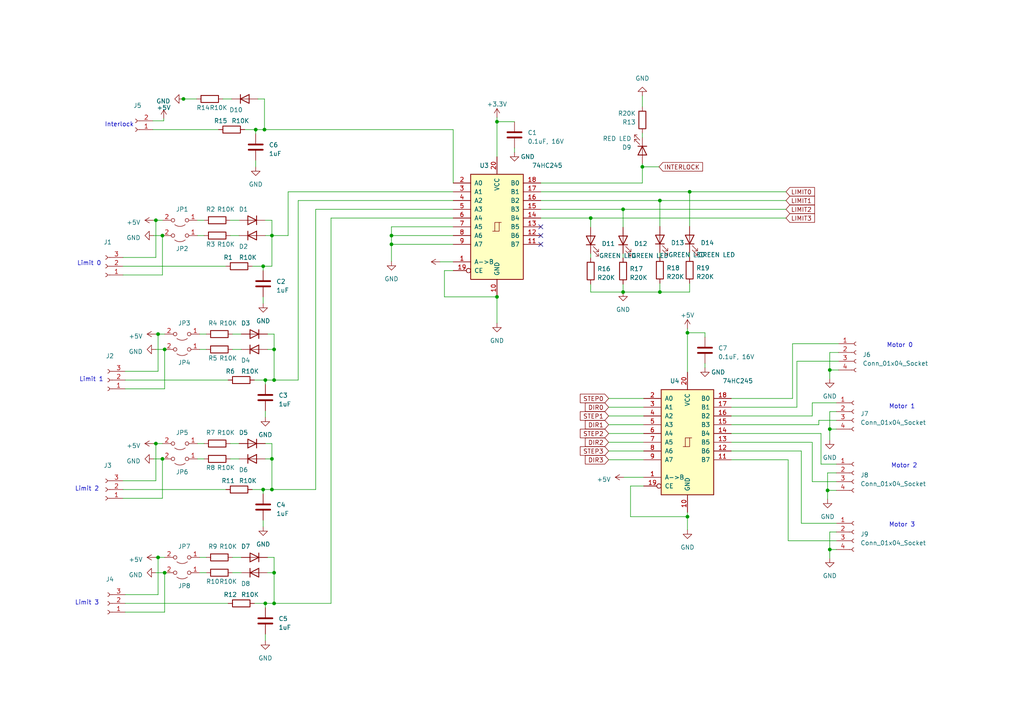
<source format=kicad_sch>
(kicad_sch (version 20230121) (generator eeschema)
  (paper "A4")
  (lib_symbols
    (symbol "LaserBoardR5:74HC245" (pin_names (offset 1.016))
      (property "Reference" "U" (at -7.62 16.51 0))
      (property "Value" "74HC245" (at -7.62 -16.51 0))
      (symbol "74HC245_1_0"
        (polyline (pts (xy -0.635 -1.27) (xy -0.635 1.27) (xy 0.635 1.27)))
        (polyline (pts (xy -1.27 -1.27) (xy 0.635 -1.27) (xy 0.635 1.27) (xy 1.27 1.27)))
        (pin input line (at -12.7 -10.16 0) (length 5.08) (name "A->B") (number "1"))
        (pin power_in line (at 0 -20.32 90) (length 5.08) (name "GND") (number "10"))
        (pin tri_state line (at 12.7 -5.08 180) (length 5.08) (name "B7") (number "11"))
        (pin tri_state line (at 12.7 -2.54 180) (length 5.08) (name "B6") (number "12"))
        (pin tri_state line (at 12.7 0 180) (length 5.08) (name "B5") (number "13"))
        (pin tri_state line (at 12.7 2.54 180) (length 5.08) (name "B4") (number "14"))
        (pin tri_state line (at 12.7 5.08 180) (length 5.08) (name "B3") (number "15"))
        (pin tri_state line (at 12.7 7.62 180) (length 5.08) (name "B2") (number "16"))
        (pin tri_state line (at 12.7 10.16 180) (length 5.08) (name "B1") (number "17"))
        (pin tri_state line (at 12.7 12.7 180) (length 5.08) (name "B0") (number "18"))
        (pin input inverted (at -12.7 -12.7 0) (length 5.08) (name "CE") (number "19"))
        (pin tri_state line (at -12.7 12.7 0) (length 5.08) (name "A0") (number "2"))
        (pin power_in line (at 0 20.32 270) (length 5.08) (name "VCC") (number "20"))
        (pin tri_state line (at -12.7 10.16 0) (length 5.08) (name "A1") (number "3"))
        (pin tri_state line (at -12.7 7.62 0) (length 5.08) (name "A2") (number "4"))
        (pin tri_state line (at -12.7 5.08 0) (length 5.08) (name "A3") (number "5"))
        (pin tri_state line (at -12.7 2.54 0) (length 5.08) (name "A4") (number "6"))
        (pin tri_state line (at -12.7 0 0) (length 5.08) (name "A5") (number "7"))
        (pin tri_state line (at -12.7 -2.54 0) (length 5.08) (name "A6") (number "8"))
        (pin tri_state line (at -12.7 -5.08 0) (length 5.08) (name "A7") (number "9"))
      )
      (symbol "74HC245_1_1"
        (rectangle (start -7.62 15.24) (end 7.62 -15.24) (stroke (width 0.254)) (fill (type background)))
      )
    )
    (symbol "LaserBoardR5:C" (pin_numbers hide) (pin_names (offset 0.254))
      (property "Reference" "C" (at 0.635 2.54 0))
      (property "Value" "C" (at 0.635 -2.54 0))
      (symbol "C_0_1"
        (polyline (pts (xy -2.032 -0.762) (xy 2.032 -0.762)) (stroke (width 0.508)))
        (polyline (pts (xy -2.032 0.762) (xy 2.032 0.762)) (stroke (width 0.508)))
      )
      (symbol "C_1_1"
        (pin passive line (at 0 3.81 270) (length 2.794) (name "~") (number "1"))
        (pin passive line (at 0 -3.81 90) (length 2.794) (name "~") (number "2"))
      )
    )
    (symbol "LaserBoardR5:Conn_01x02_Socket" (pin_names (offset 1.016) hide)
      (property "Reference" "J" (at 0 2.54 0))
      (property "Value" "Conn_01x02_Socket" (at 0 -5.08 0))
      (symbol "Conn_01x02_Socket_1_1"
        (arc (start 0 -2.032) (mid -0.5058 -2.54) (end 0 -3.048) (stroke (width 0.1524)))
        (polyline (pts (xy -1.27 -2.54) (xy -0.508 -2.54)) (stroke (width 0.1524)))
        (polyline (pts (xy -1.27 0) (xy -0.508 0)) (stroke (width 0.1524)))
        (arc (start 0 0.508) (mid -0.5058 0) (end 0 -0.508) (stroke (width 0.1524)))
        (pin passive line (at -5.08 0 0) (length 3.81) (name "Pin_1") (number "1"))
        (pin passive line (at -5.08 -2.54 0) (length 3.81) (name "Pin_2") (number "2"))
      )
    )
    (symbol "LaserBoardR5:Conn_01x03_Socket" (pin_names (offset 1.016) hide)
      (property "Reference" "J" (at 0 5.08 0))
      (property "Value" "Conn_01x03_Socket" (at 0 -5.08 0))
      (symbol "Conn_01x03_Socket_1_1"
        (arc (start 0 -2.032) (mid -0.5058 -2.54) (end 0 -3.048) (stroke (width 0.1524)))
        (polyline (pts (xy -1.27 -2.54) (xy -0.508 -2.54)) (stroke (width 0.1524)))
        (polyline (pts (xy -1.27 0) (xy -0.508 0)) (stroke (width 0.1524)))
        (polyline (pts (xy -1.27 2.54) (xy -0.508 2.54)) (stroke (width 0.1524)))
        (arc (start 0 0.508) (mid -0.5058 0) (end 0 -0.508) (stroke (width 0.1524)))
        (arc (start 0 3.048) (mid -0.5058 2.54) (end 0 2.032) (stroke (width 0.1524)))
        (pin passive line (at -5.08 2.54 0) (length 3.81) (name "Pin_1") (number "1"))
        (pin passive line (at -5.08 0 0) (length 3.81) (name "Pin_2") (number "2"))
        (pin passive line (at -5.08 -2.54 0) (length 3.81) (name "Pin_3") (number "3"))
      )
    )
    (symbol "LaserBoardR5:Conn_01x04_Socket" (pin_names (offset 1.016) hide)
      (property "Reference" "J" (at 0 5.08 0))
      (property "Value" "Conn_01x04_Socket" (at 0 -7.62 0))
      (symbol "Conn_01x04_Socket_1_1"
        (arc (start 0 -4.572) (mid -0.5058 -5.08) (end 0 -5.588) (stroke (width 0.1524)))
        (arc (start 0 -2.032) (mid -0.5058 -2.54) (end 0 -3.048) (stroke (width 0.1524)))
        (polyline (pts (xy -1.27 -5.08) (xy -0.508 -5.08)) (stroke (width 0.1524)))
        (polyline (pts (xy -1.27 -2.54) (xy -0.508 -2.54)) (stroke (width 0.1524)))
        (polyline (pts (xy -1.27 0) (xy -0.508 0)) (stroke (width 0.1524)))
        (polyline (pts (xy -1.27 2.54) (xy -0.508 2.54)) (stroke (width 0.1524)))
        (arc (start 0 0.508) (mid -0.5058 0) (end 0 -0.508) (stroke (width 0.1524)))
        (arc (start 0 3.048) (mid -0.5058 2.54) (end 0 2.032) (stroke (width 0.1524)))
        (pin passive line (at -5.08 2.54 0) (length 3.81) (name "Pin_1") (number "1"))
        (pin passive line (at -5.08 0 0) (length 3.81) (name "Pin_2") (number "2"))
        (pin passive line (at -5.08 -2.54 0) (length 3.81) (name "Pin_3") (number "3"))
        (pin passive line (at -5.08 -5.08 0) (length 3.81) (name "Pin_4") (number "4"))
      )
    )
    (symbol "LaserBoardR5:D" (pin_numbers hide) (pin_names (offset 1.016) hide)
      (property "Reference" "D" (at 0 2.54 0))
      (property "Value" "D" (at 0 -2.54 0))
      (symbol "D_0_1"
        (polyline (pts (xy -1.27 1.27) (xy -1.27 -1.27)) (stroke (width 0.254)))
        (polyline (pts (xy 1.27 0) (xy -1.27 0)))
        (polyline (pts (xy 1.27 1.27) (xy 1.27 -1.27) (xy -1.27 0) (xy 1.27 1.27)) (stroke (width 0.254)))
      )
      (symbol "D_1_1"
        (pin passive line (at -3.81 0 0) (length 2.54) (name "K") (number "1"))
        (pin passive line (at 3.81 0 180) (length 2.54) (name "A") (number "2"))
      )
    )
    (symbol "LaserBoardR5:Jumper_2_Open" (pin_names (offset 0) hide)
      (property "Reference" "JP" (at 0 2.794 0))
      (property "Value" "Jumper_2_Open" (at 0 -2.286 0))
      (symbol "Jumper_2_Open_0_0"
        (circle (center -2.032 0) (radius 0.508))
        (circle (center 2.032 0) (radius 0.508))
      )
      (symbol "Jumper_2_Open_0_1"
        (arc (start 1.524 1.27) (mid 0 1.778) (end -1.524 1.27))
      )
      (symbol "Jumper_2_Open_1_1"
        (pin passive line (at -5.08 0 0) (length 2.54) (name "A") (number "1"))
        (pin passive line (at 5.08 0 180) (length 2.54) (name "B") (number "2"))
      )
    )
    (symbol "LaserBoardR5:LED" (pin_numbers hide) (pin_names (offset 1.016) hide)
      (property "Reference" "D" (at 0 2.54 0))
      (property "Value" "LED" (at 0 -2.54 0))
      (symbol "LED_0_1"
        (polyline (pts (xy -1.27 -1.27) (xy -1.27 1.27)) (stroke (width 0.254)))
        (polyline (pts (xy -1.27 0) (xy 1.27 0)))
        (polyline (pts (xy 1.27 -1.27) (xy 1.27 1.27) (xy -1.27 0) (xy 1.27 -1.27)) (stroke (width 0.254)))
        (polyline (pts (xy -3.048 -0.762) (xy -4.572 -2.286) (xy -3.81 -2.286) (xy -4.572 -2.286) (xy -4.572 -1.524)))
        (polyline (pts (xy -1.778 -0.762) (xy -3.302 -2.286) (xy -2.54 -2.286) (xy -3.302 -2.286) (xy -3.302 -1.524)))
      )
      (symbol "LED_1_1"
        (pin passive line (at -3.81 0 0) (length 2.54) (name "K") (number "1"))
        (pin passive line (at 3.81 0 180) (length 2.54) (name "A") (number "2"))
      )
    )
    (symbol "LaserBoardR5:R" (pin_numbers hide) (pin_names (offset 0))
      (property "Reference" "R" (at 2.032 0 90))
      (property "Value" "R" (at 0 0 90))
      (symbol "R_0_1"
        (rectangle (start -1.016 -2.54) (end 1.016 2.54) (stroke (width 0.254)))
      )
      (symbol "R_1_1"
        (pin passive line (at 0 3.81 270) (length 1.27) (name "~") (number "1"))
        (pin passive line (at 0 -3.81 90) (length 1.27) (name "~") (number "2"))
      )
    )
    (symbol "power:+3.3V" (power) (pin_names (offset 0))
      (property "Value" "+3.3V" (at 0 3.556 0))
      (symbol "+3.3V_0_1"
        (polyline (pts (xy -0.762 1.27) (xy 0 2.54)))
        (polyline (pts (xy 0 0) (xy 0 2.54)))
        (polyline (pts (xy 0 2.54) (xy 0.762 1.27)))
      )
      (symbol "+3.3V_1_1"
        (pin power_in line (at 0 0 90) (length 0) hide (name "+3.3V") (number "1"))
      )
    )
    (symbol "power:+5V" (power) (pin_names (offset 0))
      (property "Value" "+5V" (at 0 3.556 0))
      (symbol "+5V_0_1"
        (polyline (pts (xy -0.762 1.27) (xy 0 2.54)))
        (polyline (pts (xy 0 0) (xy 0 2.54)))
        (polyline (pts (xy 0 2.54) (xy 0.762 1.27)))
      )
      (symbol "+5V_1_1"
        (pin power_in line (at 0 0 90) (length 0) hide (name "+5V") (number "1"))
      )
    )
    (symbol "power:GND" (power) (pin_names (offset 0))
      (property "Value" "GND" (at 0 -3.81 0))
      (symbol "GND_0_1"
        (polyline (pts (xy 0 0) (xy 0 -1.27) (xy 1.27 -1.27) (xy 0 -2.54) (xy -1.27 -1.27) (xy 0 -1.27)))
      )
      (symbol "GND_1_1"
        (pin power_in line (at 0 0 270) (length 0) hide (name "GND") (number "1"))
      )
    )
  )
  (junction (at 79.502 166.116))
  (junction (at 76.962 110.236))
  (junction (at 47.752 101.346))
  (junction (at 144.145 35.306))
  (junction (at 45.212 63.881))
  (junction (at 78.867 141.986))
  (junction (at 78.867 133.096))
  (junction (at 76.962 175.006))
  (junction (at 45.847 161.671))
  (junction (at 240.665 124.46))
  (junction (at 79.502 110.236))
  (junction (at 76.708 37.592))
  (junction (at 76.327 77.216))
  (junction (at 240.03 142.24))
  (junction (at 180.721 84.709))
  (junction (at 191.389 58.166))
  (junction (at 45.847 96.901))
  (junction (at 47.752 166.116))
  (junction (at 180.721 60.706))
  (junction (at 74.168 37.592))
  (junction (at 240.665 107.315))
  (junction (at 113.538 70.866))
  (junction (at 186.309 48.387))
  (junction (at 240.665 159.385))
  (junction (at 47.117 133.096))
  (junction (at 53.213 28.702))
  (junction (at 79.502 175.006))
  (junction (at 47.117 68.326))
  (junction (at 199.39 149.86))
  (junction (at 78.867 68.326))
  (junction (at 191.389 84.709))
  (junction (at 76.327 141.986))
  (junction (at 45.212 128.651))
  (junction (at 171.323 63.246))
  (junction (at 144.145 86.106))
  (junction (at 200.025 55.626))
  (junction (at 113.538 68.326))
  (junction (at 79.502 101.346))
  (junction (at 199.39 96.52))
  (no_connect (at 156.845 68.326))
  (no_connect (at 156.845 65.786))
  (no_connect (at 156.845 70.866))
  (wire (pts (xy 76.962 110.236) (xy 76.962 111.506)))
  (wire (pts (xy 76.962 63.881) (xy 78.867 63.881)))
  (wire (pts (xy 86.487 58.166) (xy 131.445 58.166)))
  (wire (pts (xy 199.39 149.86) (xy 199.39 153.67)))
  (wire (pts (xy 128.905 78.486) (xy 128.905 86.106)))
  (wire (pts (xy 235.585 128.27) (xy 235.585 139.7)))
  (wire (pts (xy 36.322 172.466) (xy 45.847 172.466)))
  (wire (pts (xy 240.665 107.315) (xy 240.665 109.855)))
  (wire (pts (xy 204.47 97.79) (xy 204.47 96.52)))
  (wire (pts (xy 240.665 119.38) (xy 240.665 124.46)))
  (wire (pts (xy 176.53 130.81) (xy 186.69 130.81)))
  (wire (pts (xy 212.09 120.65) (xy 235.585 120.65)))
  (wire (pts (xy 67.437 101.346) (xy 69.977 101.346)))
  (wire (pts (xy 45.212 74.676) (xy 45.212 63.881)))
  (wire (pts (xy 176.53 120.65) (xy 186.69 120.65)))
  (wire (pts (xy 57.912 101.346) (xy 59.817 101.346)))
  (wire (pts (xy 191.389 73.279) (xy 191.389 74.549)))
  (wire (pts (xy 76.708 28.702) (xy 76.708 37.592)))
  (wire (pts (xy 64.643 28.702) (xy 67.183 28.702)))
  (wire (pts (xy 79.502 175.006) (xy 96.012 175.006)))
  (wire (pts (xy 67.437 166.116) (xy 69.977 166.116)))
  (wire (pts (xy 204.47 105.41) (xy 204.47 106.68)))
  (wire (pts (xy 144.145 35.306) (xy 149.225 35.306)))
  (wire (pts (xy 237.49 121.92) (xy 242.57 121.92)))
  (wire (pts (xy 212.09 128.27) (xy 235.585 128.27)))
  (wire (pts (xy 76.327 141.986) (xy 76.327 143.256)))
  (wire (pts (xy 91.567 60.706) (xy 91.567 141.986)))
  (wire (pts (xy 74.168 46.482) (xy 74.168 48.387)))
  (wire (pts (xy 176.53 133.35) (xy 186.69 133.35)))
  (wire (pts (xy 240.665 154.305) (xy 242.57 154.305)))
  (wire (pts (xy 45.847 172.466) (xy 45.847 161.671)))
  (wire (pts (xy 242.57 119.38) (xy 240.665 119.38)))
  (wire (pts (xy 44.577 133.096) (xy 47.117 133.096)))
  (wire (pts (xy 77.597 161.671) (xy 79.502 161.671)))
  (wire (pts (xy 76.962 175.006) (xy 76.962 176.276)))
  (wire (pts (xy 76.327 77.216) (xy 78.867 77.216)))
  (wire (pts (xy 45.212 161.671) (xy 45.847 161.671)))
  (wire (pts (xy 36.322 112.776) (xy 47.752 112.776)))
  (wire (pts (xy 243.205 102.235) (xy 240.665 102.235)))
  (wire (pts (xy 200.025 73.279) (xy 200.025 74.549)))
  (wire (pts (xy 113.538 65.786) (xy 113.538 68.326)))
  (wire (pts (xy 156.845 60.706) (xy 180.721 60.706)))
  (wire (pts (xy 78.867 63.881) (xy 78.867 68.326)))
  (wire (pts (xy 171.323 63.246) (xy 227.965 63.246)))
  (wire (pts (xy 76.962 128.651) (xy 78.867 128.651)))
  (wire (pts (xy 171.323 73.533) (xy 171.323 74.803)))
  (wire (pts (xy 45.847 161.671) (xy 47.752 161.671)))
  (wire (pts (xy 240.665 161.925) (xy 240.665 159.385)))
  (wire (pts (xy 235.585 120.65) (xy 235.585 116.84)))
  (wire (pts (xy 78.867 141.986) (xy 76.327 141.986)))
  (wire (pts (xy 96.012 63.246) (xy 96.012 175.006)))
  (wire (pts (xy 47.752 112.776) (xy 47.752 101.346)))
  (wire (pts (xy 199.39 96.52) (xy 199.39 107.95)))
  (wire (pts (xy 35.687 144.526) (xy 47.117 144.526)))
  (wire (pts (xy 35.687 141.986) (xy 65.532 141.986)))
  (wire (pts (xy 44.577 128.651) (xy 45.212 128.651)))
  (wire (pts (xy 240.03 137.16) (xy 240.03 142.24)))
  (wire (pts (xy 156.845 58.166) (xy 191.389 58.166)))
  (wire (pts (xy 186.69 140.97) (xy 182.88 140.97)))
  (wire (pts (xy 57.277 133.096) (xy 59.182 133.096)))
  (wire (pts (xy 186.309 48.387) (xy 186.309 47.498)))
  (wire (pts (xy 79.502 96.901) (xy 79.502 101.346)))
  (wire (pts (xy 79.502 101.346) (xy 79.502 110.236)))
  (wire (pts (xy 200.025 82.169) (xy 200.025 84.709)))
  (wire (pts (xy 240.665 107.315) (xy 243.205 107.315)))
  (wire (pts (xy 47.752 177.546) (xy 47.752 166.116)))
  (wire (pts (xy 149.225 42.926) (xy 149.225 44.196)))
  (wire (pts (xy 212.09 125.73) (xy 238.125 125.73)))
  (wire (pts (xy 57.277 128.651) (xy 59.182 128.651)))
  (wire (pts (xy 45.212 128.651) (xy 47.117 128.651)))
  (wire (pts (xy 76.327 77.216) (xy 76.327 78.486)))
  (wire (pts (xy 79.502 166.116) (xy 77.597 166.116)))
  (wire (pts (xy 36.322 175.006) (xy 66.167 175.006)))
  (wire (pts (xy 57.912 96.901) (xy 59.817 96.901)))
  (wire (pts (xy 199.39 96.52) (xy 204.47 96.52)))
  (wire (pts (xy 79.502 161.671) (xy 79.502 166.116)))
  (wire (pts (xy 78.867 68.326) (xy 76.962 68.326)))
  (wire (pts (xy 73.787 110.236) (xy 76.962 110.236)))
  (wire (pts (xy 45.212 63.881) (xy 47.117 63.881)))
  (wire (pts (xy 212.09 130.81) (xy 232.41 130.81)))
  (wire (pts (xy 76.708 37.592) (xy 74.168 37.592)))
  (wire (pts (xy 240.03 142.24) (xy 240.03 144.78)))
  (wire (pts (xy 66.802 128.651) (xy 69.342 128.651)))
  (wire (pts (xy 228.6 133.35) (xy 212.09 133.35)))
  (wire (pts (xy 57.277 63.881) (xy 59.182 63.881)))
  (wire (pts (xy 212.09 123.19) (xy 237.49 123.19)))
  (wire (pts (xy 199.39 95.25) (xy 199.39 96.52)))
  (wire (pts (xy 176.53 128.27) (xy 186.69 128.27)))
  (wire (pts (xy 66.802 68.326) (xy 69.342 68.326)))
  (wire (pts (xy 78.867 128.651) (xy 78.867 133.096)))
  (wire (pts (xy 182.88 149.86) (xy 199.39 149.86)))
  (wire (pts (xy 45.212 139.446) (xy 45.212 128.651)))
  (wire (pts (xy 171.323 63.246) (xy 171.323 65.913)))
  (wire (pts (xy 36.322 107.696) (xy 45.847 107.696)))
  (wire (pts (xy 83.566 55.626) (xy 83.566 68.326)))
  (wire (pts (xy 235.585 139.7) (xy 242.57 139.7)))
  (wire (pts (xy 182.88 140.97) (xy 182.88 149.86)))
  (wire (pts (xy 156.845 63.246) (xy 171.323 63.246)))
  (wire (pts (xy 180.721 60.706) (xy 227.965 60.706)))
  (wire (pts (xy 44.577 63.881) (xy 45.212 63.881)))
  (wire (pts (xy 144.145 34.036) (xy 144.145 35.306)))
  (wire (pts (xy 36.322 110.236) (xy 66.167 110.236)))
  (wire (pts (xy 76.708 37.592) (xy 131.445 37.592)))
  (wire (pts (xy 191.389 82.169) (xy 191.389 84.709)))
  (wire (pts (xy 76.327 86.106) (xy 76.327 88.011)))
  (wire (pts (xy 70.993 37.592) (xy 74.168 37.592)))
  (wire (pts (xy 171.323 82.423) (xy 171.323 84.709)))
  (wire (pts (xy 144.145 86.106) (xy 144.145 93.726)))
  (wire (pts (xy 131.445 65.786) (xy 113.538 65.786)))
  (wire (pts (xy 238.125 134.62) (xy 242.57 134.62)))
  (wire (pts (xy 86.487 58.166) (xy 86.487 110.236)))
  (wire (pts (xy 113.538 70.866) (xy 131.445 70.866)))
  (wire (pts (xy 67.437 96.901) (xy 69.977 96.901)))
  (wire (pts (xy 76.962 119.126) (xy 76.962 121.031)))
  (wire (pts (xy 131.445 37.592) (xy 131.445 53.086)))
  (wire (pts (xy 229.87 99.695) (xy 243.205 99.695)))
  (wire (pts (xy 127.635 75.946) (xy 131.445 75.946)))
  (wire (pts (xy 78.867 68.326) (xy 78.867 77.216)))
  (wire (pts (xy 76.327 150.876) (xy 76.327 152.781)))
  (wire (pts (xy 171.323 84.709) (xy 180.721 84.709)))
  (wire (pts (xy 191.389 84.709) (xy 200.025 84.709)))
  (wire (pts (xy 35.687 139.446) (xy 45.212 139.446)))
  (wire (pts (xy 76.962 183.896) (xy 76.962 185.801)))
  (wire (pts (xy 79.502 101.346) (xy 77.597 101.346)))
  (wire (pts (xy 240.665 102.235) (xy 240.665 107.315)))
  (wire (pts (xy 200.025 55.626) (xy 200.025 65.659)))
  (wire (pts (xy 238.125 125.73) (xy 238.125 134.62)))
  (wire (pts (xy 76.708 28.702) (xy 74.803 28.702)))
  (wire (pts (xy 231.14 104.775) (xy 243.205 104.775)))
  (wire (pts (xy 240.03 142.24) (xy 242.57 142.24)))
  (wire (pts (xy 113.538 68.326) (xy 113.538 70.866)))
  (wire (pts (xy 45.212 101.346) (xy 47.752 101.346)))
  (wire (pts (xy 191.389 58.166) (xy 227.965 58.166)))
  (wire (pts (xy 91.567 60.706) (xy 131.445 60.706)))
  (wire (pts (xy 73.787 175.006) (xy 76.962 175.006)))
  (wire (pts (xy 176.53 118.11) (xy 186.69 118.11)))
  (wire (pts (xy 228.6 156.845) (xy 228.6 133.35)))
  (wire (pts (xy 128.905 86.106) (xy 144.145 86.106)))
  (wire (pts (xy 47.117 79.756) (xy 47.117 68.326)))
  (wire (pts (xy 156.845 55.626) (xy 200.025 55.626)))
  (wire (pts (xy 242.57 137.16) (xy 240.03 137.16)))
  (wire (pts (xy 176.53 123.19) (xy 186.69 123.19)))
  (wire (pts (xy 45.847 107.696) (xy 45.847 96.901)))
  (wire (pts (xy 79.502 175.006) (xy 76.962 175.006)))
  (wire (pts (xy 78.867 133.096) (xy 78.867 141.986)))
  (wire (pts (xy 44.577 68.326) (xy 47.117 68.326)))
  (wire (pts (xy 83.566 55.626) (xy 131.445 55.626)))
  (wire (pts (xy 44.323 37.592) (xy 63.373 37.592)))
  (wire (pts (xy 79.502 110.236) (xy 76.962 110.236)))
  (wire (pts (xy 66.802 133.096) (xy 69.342 133.096)))
  (wire (pts (xy 113.538 68.326) (xy 131.445 68.326)))
  (wire (pts (xy 180.721 73.533) (xy 180.721 74.803)))
  (wire (pts (xy 47.498 35.052) (xy 47.498 34.417)))
  (wire (pts (xy 186.309 39.878) (xy 186.309 38.608)))
  (wire (pts (xy 67.437 161.671) (xy 69.977 161.671)))
  (wire (pts (xy 186.309 30.988) (xy 186.309 27.813)))
  (wire (pts (xy 229.87 115.57) (xy 229.87 99.695)))
  (wire (pts (xy 44.323 35.052) (xy 47.498 35.052)))
  (wire (pts (xy 235.585 116.84) (xy 242.57 116.84)))
  (wire (pts (xy 52.578 28.702) (xy 53.213 28.702)))
  (wire (pts (xy 199.39 148.59) (xy 199.39 149.86)))
  (wire (pts (xy 78.867 141.986) (xy 91.567 141.986)))
  (wire (pts (xy 57.277 68.326) (xy 59.182 68.326)))
  (wire (pts (xy 200.025 55.626) (xy 227.965 55.626)))
  (wire (pts (xy 96.012 63.246) (xy 131.445 63.246)))
  (wire (pts (xy 131.445 78.486) (xy 128.905 78.486)))
  (wire (pts (xy 73.152 141.986) (xy 76.327 141.986)))
  (wire (pts (xy 36.322 177.546) (xy 47.752 177.546)))
  (wire (pts (xy 73.152 77.216) (xy 76.327 77.216)))
  (wire (pts (xy 232.41 130.81) (xy 232.41 151.765)))
  (wire (pts (xy 86.487 110.236) (xy 79.502 110.236)))
  (wire (pts (xy 57.912 161.671) (xy 59.817 161.671)))
  (wire (pts (xy 242.57 156.845) (xy 228.6 156.845)))
  (wire (pts (xy 212.09 118.11) (xy 231.14 118.11)))
  (wire (pts (xy 240.665 124.46) (xy 242.57 124.46)))
  (wire (pts (xy 47.117 144.526) (xy 47.117 133.096)))
  (wire (pts (xy 180.975 138.43) (xy 186.69 138.43)))
  (wire (pts (xy 180.721 60.706) (xy 180.721 65.913)))
  (wire (pts (xy 45.212 166.116) (xy 47.752 166.116)))
  (wire (pts (xy 212.09 115.57) (xy 229.87 115.57)))
  (wire (pts (xy 240.665 159.385) (xy 242.57 159.385)))
  (wire (pts (xy 180.721 84.709) (xy 191.389 84.709)))
  (wire (pts (xy 35.687 77.216) (xy 65.532 77.216)))
  (wire (pts (xy 77.597 96.901) (xy 79.502 96.901)))
  (wire (pts (xy 66.802 63.881) (xy 69.342 63.881)))
  (wire (pts (xy 144.145 35.306) (xy 144.145 45.466)))
  (wire (pts (xy 83.566 68.326) (xy 78.867 68.326)))
  (wire (pts (xy 113.538 70.866) (xy 113.538 75.819)))
  (wire (pts (xy 186.309 53.086) (xy 186.309 48.387)))
  (wire (pts (xy 232.41 151.765) (xy 242.57 151.765)))
  (wire (pts (xy 191.389 58.166) (xy 191.389 65.659)))
  (wire (pts (xy 74.168 37.592) (xy 74.168 38.862)))
  (wire (pts (xy 231.14 118.11) (xy 231.14 104.775)))
  (wire (pts (xy 156.845 53.086) (xy 186.309 53.086)))
  (wire (pts (xy 53.213 28.702) (xy 57.023 28.702)))
  (wire (pts (xy 176.53 125.73) (xy 186.69 125.73)))
  (wire (pts (xy 176.53 115.57) (xy 186.69 115.57)))
  (wire (pts (xy 180.721 82.423) (xy 180.721 84.709)))
  (wire (pts (xy 45.847 96.901) (xy 47.752 96.901)))
  (wire (pts (xy 35.687 79.756) (xy 47.117 79.756)))
  (wire (pts (xy 240.665 159.385) (xy 240.665 154.305)))
  (wire (pts (xy 57.912 166.116) (xy 59.817 166.116)))
  (wire (pts (xy 237.49 123.19) (xy 237.49 121.92)))
  (wire (pts (xy 45.212 96.901) (xy 45.847 96.901)))
  (wire (pts (xy 78.867 133.096) (xy 76.962 133.096)))
  (wire (pts (xy 186.309 48.387) (xy 191.135 48.387)))
  (wire (pts (xy 79.502 166.116) (xy 79.502 175.006)))
  (wire (pts (xy 35.687 74.676) (xy 45.212 74.676)))
  (wire (pts (xy 240.665 124.46) (xy 240.665 127.635)))
  (text "Limit 3" (at 21.717 175.641 0) (effects (font (size 1.27 1.27)) (justify left bottom)))
  (text "Motor 0" (at 257.175 100.965 0) (effects (font (size 1.27 1.27)) (justify left bottom)))
  (text "Motor 1" (at 257.81 118.745 0) (effects (font (size 1.27 1.27)) (justify left bottom)))
  (text "Motor 2" (at 258.445 135.89 0) (effects (font (size 1.27 1.27)) (justify left bottom)))
  (text "Interlock" (at 30.353 36.957 0) (effects (font (size 1.27 1.27)) (justify left bottom)))
  (text "Motor 3" (at 257.81 153.035 0) (effects (font (size 1.27 1.27)) (justify left bottom)))
  (text "Limit 2" (at 21.717 142.621 0) (effects (font (size 1.27 1.27)) (justify left bottom)))
  (text "Limit 1" (at 22.987 110.871 0) (effects (font (size 1.27 1.27)) (justify left bottom)))
  (text "Limit 0" (at 22.352 77.216 0) (effects (font (size 1.27 1.27)) (justify left bottom)))
  (global_label "DIR3" (shape input) (at 176.53 133.35 180) (property "Intersheetrefs" "${INTERSHEET_REFS}" (effects hide)))
  (global_label "DIR0" (shape input) (at 176.53 118.11 180) (property "Intersheetrefs" "${INTERSHEET_REFS}" (effects hide)))
  (global_label "LIMIT0" (shape input) (at 227.965 55.626 0) (property "Intersheetrefs" "${INTERSHEET_REFS}" (effects hide)))
  (global_label "STEP1" (shape input) (at 176.53 120.65 180) (property "Intersheetrefs" "${INTERSHEET_REFS}" (effects hide)))
  (global_label "DIR2" (shape input) (at 176.53 128.27 180) (property "Intersheetrefs" "${INTERSHEET_REFS}" (effects hide)))
  (global_label "DIR1" (shape input) (at 176.53 123.19 180) (property "Intersheetrefs" "${INTERSHEET_REFS}" (effects hide)))
  (global_label "STEP0" (shape input) (at 176.53 115.57 180) (property "Intersheetrefs" "${INTERSHEET_REFS}" (effects hide)))
  (global_label "LIMIT3" (shape input) (at 227.965 63.246 0) (property "Intersheetrefs" "${INTERSHEET_REFS}" (effects hide)))
  (global_label "STEP2" (shape input) (at 176.53 125.73 180) (property "Intersheetrefs" "${INTERSHEET_REFS}" (effects hide)))
  (global_label "STEP3" (shape input) (at 176.53 130.81 180) (property "Intersheetrefs" "${INTERSHEET_REFS}" (effects hide)))
  (global_label "LIMIT1" (shape input) (at 227.965 58.166 0) (property "Intersheetrefs" "${INTERSHEET_REFS}" (effects hide)))
  (global_label "INTERLOCK" (shape input) (at 191.135 48.387 0) (property "Intersheetrefs" "${INTERSHEET_REFS}" (effects hide)))
  (global_label "LIMIT2" (shape input) (at 227.965 60.706 0) (property "Intersheetrefs" "${INTERSHEET_REFS}" (effects hide)))
  (symbol (lib_id "power:GND") (at 204.47 106.68 0) (unit 1)
    (property "Reference" "#PWR021" (effects hide))
    (property "Value" "GND" (at 208.28 107.95 0))
  )
  (symbol (lib_id "LaserBoardR5:R") (at 63.627 96.901 90) (unit 1)
    (property "Reference" "R4" (at 61.722 93.726 90))
    (property "Value" "R10K" (at 66.167 93.726 90))
    (property "Footprint" "LaserBoardR5:R_0603_1608Metric" (effects hide))
  )
  (symbol (lib_id "LaserBoardR5:LED") (at 180.721 69.723 90) (unit 1)
    (property "Reference" "D12" (at 183.896 70.6755 90) (effects (justify right)))
    (property "Value" "GREEN LED" (at 183.134 74.168 90) (effects (justify right)))
    (property "Footprint" "LaserBoardR5:LED_0603_1608Metric" (effects hide))
    (property "MouserPN" "710-150060GS75000" (effects hide))
  )
  (symbol (lib_id "LaserBoardR5:D") (at 73.787 166.116 0) (unit 1)
    (property "Reference" "D8" (at 71.247 169.291 0))
    (property "Value" "1N4148W-7-F" (effects hide))
    (property "Footprint" "LaserBoardR5:D_SOD-123" (effects hide))
    (property "Datasheet" "https://www.diodes.com/assets/Datasheets/BAV16W_1N4148W.pdf" (effects hide))
    (property "Sim.Device" "D" (effects hide))
    (property "Sim.Pins" "1=K 2=A" (effects hide))
    (property "MouserPN" "621-1N4148W-F" (effects hide))
  )
  (symbol (lib_id "LaserBoardR5:R") (at 69.342 77.216 90) (unit 1)
    (property "Reference" "R1" (at 66.167 74.676 90))
    (property "Value" "R10K" (at 71.882 74.676 90))
    (property "Footprint" "LaserBoardR5:R_0603_1608Metric" (effects hide))
  )
  (symbol (lib_id "LaserBoardR5:C") (at 74.168 42.672 0) (unit 1)
    (property "Reference" "C6" (at 77.978 42.037 0) (effects (justify left)))
    (property "Value" "1uF" (at 77.978 44.577 0) (effects (justify left)))
    (property "Footprint" "LaserBoardR5:C_0603_1608Metric" (effects hide))
    (property "MouserPN" "810-CGA3E1X7R1C105AC" (effects hide))
  )
  (symbol (lib_id "power:GND") (at 53.213 28.702 270) (unit 1)
    (property "Reference" "#PWR018" (effects hide))
    (property "Value" "GND" (at 49.403 29.337 90) (effects (justify right)))
  )
  (symbol (lib_id "LaserBoardR5:LED") (at 186.309 43.688 270) (unit 1)
    (property "Reference" "D9" (at 183.134 42.7355 90) (effects (justify right)))
    (property "Value" "RED LED" (at 183.134 40.1955 90) (effects (justify right)))
    (property "Footprint" "LaserBoardR5:LED_0603_1608Metric" (effects hide))
    (property "MouserPN" "710-150060RS75000" (effects hide))
  )
  (symbol (lib_id "power:GND") (at 240.665 109.855 0) (unit 1)
    (property "Reference" "#PWR028" (effects hide))
    (property "Value" "GND" (at 240.665 114.935 0))
  )
  (symbol (lib_id "LaserBoardR5:D") (at 73.152 63.881 180) (unit 1)
    (property "Reference" "D1" (at 70.612 60.706 0))
    (property "Value" "1N4148W-7-F" (effects hide))
    (property "Footprint" "LaserBoardR5:D_SOD-123" (effects hide))
    (property "Datasheet" "https://www.diodes.com/assets/Datasheets/BAV16W_1N4148W.pdf" (effects hide))
    (property "Sim.Device" "D" (effects hide))
    (property "Sim.Pins" "1=K 2=A" (effects hide))
    (property "MouserPN" "621-1N4148W-F" (effects hide))
  )
  (symbol (lib_id "LaserBoardR5:Jumper_2_Open") (at 52.197 68.326 180) (unit 1)
    (property "Reference" "JP2" (at 52.832 72.136 0))
    (property "Value" "Jumper_2_Open" (effects hide))
    (property "Footprint" "LaserBoardR5:SolderJumper-2_P1.3mm_Open_RoundedPad1.0x1.5mm" (effects hide))
  )
  (symbol (lib_id "LaserBoardR5:74HC245") (at 144.145 65.786 0) (unit 1)
    (property "Reference" "U3" (at 139.065 48.006 0) (effects (justify left)))
    (property "Value" "74HC245" (at 154.305 48.006 0) (effects (justify left)))
    (property "Footprint" "LaserBoardR5:TSSOP-20_4.4x6.5mm_P0.65mm" (effects hide))
    (property "Datasheet" "http://www.ti.com/lit/gpn/sn74HC245" (effects hide))
  )
  (symbol (lib_id "power:GND") (at 240.665 127.635 0) (unit 1)
    (property "Reference" "#PWR027" (effects hide))
    (property "Value" "GND" (at 240.665 132.715 0))
  )
  (symbol (lib_id "LaserBoardR5:Conn_01x04_Socket") (at 248.285 102.235 0) (unit 1)
    (property "Reference" "J6" (at 250.19 102.87 0) (effects (justify left)))
    (property "Value" "Conn_01x04_Socket" (at 250.19 105.41 0) (effects (justify left)))
    (property "Footprint" "LaserBoardR5:Molex_KK-254_AE-6410-04A_1x04_P2.54mm_Vertical" (effects hide))
    (property "Datasheet" "https://www.we-online.com/katalog/datasheet/6190xx11121.pdf" (effects hide))
    (property "MouserPN" "710-61900411121" (effects hide))
  )
  (symbol (lib_id "LaserBoardR5:R") (at 62.992 133.096 90) (unit 1)
    (property "Reference" "R8" (at 61.087 135.636 90))
    (property "Value" "R10K" (at 65.532 135.636 90))
    (property "Footprint" "LaserBoardR5:R_0603_1608Metric" (effects hide))
  )
  (symbol (lib_id "LaserBoardR5:Jumper_2_Open") (at 52.832 161.671 180) (unit 1)
    (property "Reference" "JP7" (at 53.467 158.496 0))
    (property "Value" "Jumper_2_Open" (effects hide))
    (property "Footprint" "LaserBoardR5:SolderJumper-2_P1.3mm_Open_RoundedPad1.0x1.5mm" (effects hide))
  )
  (symbol (lib_id "LaserBoardR5:LED") (at 200.025 69.469 90) (unit 1)
    (property "Reference" "D14" (at 203.2 70.4215 90) (effects (justify right)))
    (property "Value" "GREEN LED" (at 202.438 73.914 90) (effects (justify right)))
    (property "Footprint" "LaserBoardR5:LED_0603_1608Metric" (effects hide))
    (property "MouserPN" "710-150060GS75000" (effects hide))
  )
  (symbol (lib_id "LaserBoardR5:R") (at 62.992 63.881 90) (unit 1)
    (property "Reference" "R2" (at 61.087 60.706 90))
    (property "Value" "R10K" (at 65.532 60.706 90))
    (property "Footprint" "LaserBoardR5:R_0603_1608Metric" (effects hide))
  )
  (symbol (lib_id "LaserBoardR5:R") (at 69.342 141.986 90) (unit 1)
    (property "Reference" "R11" (at 66.167 139.446 90))
    (property "Value" "R10K" (at 71.882 139.446 90))
    (property "Footprint" "LaserBoardR5:R_0603_1608Metric" (effects hide))
  )
  (symbol (lib_id "power:GND") (at 240.03 144.78 0) (unit 1)
    (property "Reference" "#PWR026" (effects hide))
    (property "Value" "GND" (at 240.03 149.86 0))
  )
  (symbol (lib_id "power:GND") (at 76.962 185.801 0) (unit 1)
    (property "Reference" "#PWR016" (effects hide))
    (property "Value" "GND" (at 76.962 190.881 0))
  )
  (symbol (lib_id "LaserBoardR5:D") (at 73.152 133.096 0) (unit 1)
    (property "Reference" "D6" (at 70.612 136.271 0))
    (property "Value" "1N4148W-7-F" (effects hide))
    (property "Footprint" "LaserBoardR5:D_SOD-123" (effects hide))
    (property "Datasheet" "https://www.diodes.com/assets/Datasheets/BAV16W_1N4148W.pdf" (effects hide))
    (property "Sim.Device" "D" (effects hide))
    (property "Sim.Pins" "1=K 2=A" (effects hide))
    (property "MouserPN" "621-1N4148W-F" (effects hide))
  )
  (symbol (lib_id "LaserBoardR5:R") (at 69.977 110.236 90) (unit 1)
    (property "Reference" "R6" (at 66.802 107.696 90))
    (property "Value" "R10K" (at 72.517 107.696 90))
    (property "Footprint" "LaserBoardR5:R_0603_1608Metric" (effects hide))
  )
  (symbol (lib_id "power:GND") (at 113.538 75.819 0) (unit 1)
    (property "Reference" "#PWR068" (effects hide))
    (property "Value" "GND" (at 113.538 80.899 0))
  )
  (symbol (lib_id "power:GND") (at 44.577 68.326 270) (unit 1)
    (property "Reference" "#PWR06" (effects hide))
    (property "Value" "GND" (at 40.767 68.961 90) (effects (justify right)))
  )
  (symbol (lib_id "power:GND") (at 44.577 133.096 270) (unit 1)
    (property "Reference" "#PWR012" (effects hide))
    (property "Value" "GND" (at 40.767 133.731 90) (effects (justify right)))
  )
  (symbol (lib_id "LaserBoardR5:C") (at 76.962 115.316 0) (unit 1)
    (property "Reference" "C3" (at 80.772 114.681 0) (effects (justify left)))
    (property "Value" "1uF" (at 80.772 117.221 0) (effects (justify left)))
    (property "Footprint" "LaserBoardR5:C_0603_1608Metric" (effects hide))
    (property "MouserPN" "810-CGA3E1X7R1C105AC" (effects hide))
  )
  (symbol (lib_id "LaserBoardR5:C") (at 149.225 39.116 180) (unit 1)
    (property "Reference" "C1" (at 153.035 38.481 0) (effects (justify right)))
    (property "Value" "0.1uF, 16V" (at 153.035 41.021 0) (effects (justify right)))
    (property "Footprint" "LaserBoardR5:C_0603_1608Metric" (effects hide))
  )
  (symbol (lib_id "LaserBoardR5:R") (at 63.627 101.346 90) (unit 1)
    (property "Reference" "R5" (at 61.722 103.886 90))
    (property "Value" "R10K" (at 66.167 103.886 90))
    (property "Footprint" "LaserBoardR5:R_0603_1608Metric" (effects hide))
  )
  (symbol (lib_id "LaserBoardR5:R") (at 63.627 161.671 90) (unit 1)
    (property "Reference" "R9" (at 61.722 158.496 90))
    (property "Value" "R10K" (at 66.167 158.496 90))
    (property "Footprint" "LaserBoardR5:R_0603_1608Metric" (effects hide))
  )
  (symbol (lib_id "LaserBoardR5:R") (at 69.977 175.006 90) (unit 1)
    (property "Reference" "R12" (at 66.802 172.466 90))
    (property "Value" "R10K" (at 72.517 172.466 90))
    (property "Footprint" "LaserBoardR5:R_0603_1608Metric" (effects hide))
  )
  (symbol (lib_id "LaserBoardR5:D") (at 70.993 28.702 0) (unit 1)
    (property "Reference" "D10" (at 68.453 31.877 0))
    (property "Value" "1N4148W-7-F" (effects hide))
    (property "Footprint" "LaserBoardR5:D_SOD-123" (effects hide))
    (property "Datasheet" "https://www.diodes.com/assets/Datasheets/BAV16W_1N4148W.pdf" (effects hide))
    (property "Sim.Device" "D" (effects hide))
    (property "Sim.Pins" "1=K 2=A" (effects hide))
    (property "MouserPN" "621-1N4148W-F" (effects hide))
  )
  (symbol (lib_id "LaserBoardR5:LED") (at 191.389 69.469 90) (unit 1)
    (property "Reference" "D13" (at 194.564 70.4215 90) (effects (justify right)))
    (property "Value" "GREEN LED" (at 193.802 73.914 90) (effects (justify right)))
    (property "Footprint" "LaserBoardR5:LED_0603_1608Metric" (effects hide))
    (property "MouserPN" "710-150060GS75000" (effects hide))
  )
  (symbol (lib_id "LaserBoardR5:C") (at 76.962 180.086 0) (unit 1)
    (property "Reference" "C5" (at 80.772 179.451 0) (effects (justify left)))
    (property "Value" "1uF" (at 80.772 181.991 0) (effects (justify left)))
    (property "Footprint" "LaserBoardR5:C_0603_1608Metric" (effects hide))
    (property "MouserPN" "810-CGA3E1X7R1C105AC" (effects hide))
  )
  (symbol (lib_id "power:GND") (at 45.212 166.116 270) (unit 1)
    (property "Reference" "#PWR014" (effects hide))
    (property "Value" "GND" (at 41.402 166.751 90) (effects (justify right)))
  )
  (symbol (lib_id "LaserBoardR5:C") (at 76.327 147.066 0) (unit 1)
    (property "Reference" "C4" (at 80.137 146.431 0) (effects (justify left)))
    (property "Value" "1uF" (at 80.137 148.971 0) (effects (justify left)))
    (property "Footprint" "LaserBoardR5:C_0603_1608Metric" (effects hide))
    (property "MouserPN" "810-CGA3E1X7R1C105AC" (effects hide))
  )
  (symbol (lib_id "LaserBoardR5:R") (at 171.323 78.613 0) (unit 1)
    (property "Reference" "R16" (at 173.228 77.978 0) (effects (justify left)))
    (property "Value" "R20K" (at 173.228 80.518 0) (effects (justify left)))
    (property "Footprint" "LaserBoardR5:R_0603_1608Metric" (effects hide))
  )
  (symbol (lib_id "LaserBoardR5:Conn_01x03_Socket") (at 30.607 141.986 180) (unit 1)
    (property "Reference" "J3" (at 31.242 135.001 0))
    (property "Value" "Conn_01x03_Socket" (effects hide))
    (property "Footprint" "LaserBoardR5:Molex_KK-254_AE-6410-03A_1x03_P2.54mm_Vertical" (effects hide))
    (property "Datasheet" "https://www.we-online.com/katalog/datasheet/6190xx11121.pdf" (effects hide))
    (property "MouserPN" "710-61900311121" (effects hide))
  )
  (symbol (lib_id "LaserBoardR5:Conn_01x03_Socket") (at 31.242 110.236 180) (unit 1)
    (property "Reference" "J2" (at 31.877 103.251 0))
    (property "Value" "Conn_01x03_Socket" (effects hide))
    (property "Footprint" "LaserBoardR5:Molex_KK-254_AE-6410-03A_1x03_P2.54mm_Vertical" (effects hide))
    (property "Datasheet" "https://www.we-online.com/katalog/datasheet/6190xx11121.pdf" (effects hide))
    (property "MouserPN" "710-61900311121" (effects hide))
  )
  (symbol (lib_id "power:+3.3V") (at 144.145 34.036 0) (unit 1)
    (property "Reference" "#PWR02" (effects hide))
    (property "Value" "+3.3V" (at 144.145 30.226 0))
  )
  (symbol (lib_id "LaserBoardR5:R") (at 62.992 68.326 90) (unit 1)
    (property "Reference" "R3" (at 61.087 70.866 90))
    (property "Value" "R10K" (at 65.532 70.866 90))
    (property "Footprint" "LaserBoardR5:R_0603_1608Metric" (effects hide))
  )
  (symbol (lib_id "power:+3.3V") (at 127.635 75.946 90) (unit 1)
    (property "Reference" "#PWR04" (effects hide))
    (property "Value" "+3.3V" (effects hide))
  )
  (symbol (lib_id "LaserBoardR5:R") (at 67.183 37.592 90) (unit 1)
    (property "Reference" "R15" (at 64.008 35.052 90))
    (property "Value" "R10K" (at 69.723 35.052 90))
    (property "Footprint" "LaserBoardR5:R_0603_1608Metric" (effects hide))
  )
  (symbol (lib_id "power:GND") (at 186.309 27.813 180) (unit 1)
    (property "Reference" "#PWR020" (effects hide))
    (property "Value" "GND" (at 186.309 22.733 0))
  )
  (symbol (lib_id "LaserBoardR5:74HC245") (at 199.39 128.27 0) (unit 1)
    (property "Reference" "U4" (at 194.31 110.49 0) (effects (justify left)))
    (property "Value" "74HC245" (at 209.55 110.49 0) (effects (justify left)))
    (property "Footprint" "LaserBoardR5:TSSOP-20_4.4x6.5mm_P0.65mm" (effects hide))
    (property "Datasheet" "http://www.ti.com/lit/gpn/sn74HC245" (effects hide))
  )
  (symbol (lib_id "LaserBoardR5:LED") (at 171.323 69.723 90) (unit 1)
    (property "Reference" "D11" (at 174.498 70.6755 90) (effects (justify right)))
    (property "Value" "GREEN LED" (at 173.736 74.168 90) (effects (justify right)))
    (property "Footprint" "LaserBoardR5:LED_0603_1608Metric" (effects hide))
    (property "MouserPN" "710-150060GS75000" (effects hide))
  )
  (symbol (lib_id "LaserBoardR5:R") (at 63.627 166.116 90) (unit 1)
    (property "Reference" "R10" (at 61.722 168.656 90))
    (property "Value" "R10K" (at 66.167 168.656 90))
    (property "Footprint" "LaserBoardR5:R_0603_1608Metric" (effects hide))
  )
  (symbol (lib_id "power:+5V") (at 180.975 138.43 90) (unit 1)
    (property "Reference" "#PWR024" (effects hide))
    (property "Value" "+5V" (at 177.165 139.065 90) (effects (justify left)))
  )
  (symbol (lib_id "LaserBoardR5:Jumper_2_Open") (at 52.832 101.346 180) (unit 1)
    (property "Reference" "JP4" (at 53.467 105.156 0))
    (property "Value" "Jumper_2_Open" (effects hide))
    (property "Footprint" "LaserBoardR5:SolderJumper-2_P1.3mm_Open_RoundedPad1.0x1.5mm" (effects hide))
  )
  (symbol (lib_id "power:GND") (at 240.665 161.925 0) (unit 1)
    (property "Reference" "#PWR025" (effects hide))
    (property "Value" "GND" (at 240.665 167.005 0))
  )
  (symbol (lib_id "LaserBoardR5:R") (at 62.992 128.651 90) (unit 1)
    (property "Reference" "R7" (at 61.087 125.476 90))
    (property "Value" "R10K" (at 65.532 125.476 90))
    (property "Footprint" "LaserBoardR5:R_0603_1608Metric" (effects hide))
  )
  (symbol (lib_id "LaserBoardR5:Jumper_2_Open") (at 52.197 128.651 180) (unit 1)
    (property "Reference" "JP5" (at 52.832 125.476 0))
    (property "Value" "Jumper_2_Open" (effects hide))
    (property "Footprint" "LaserBoardR5:SolderJumper-2_P1.3mm_Open_RoundedPad1.0x1.5mm" (effects hide))
  )
  (symbol (lib_id "LaserBoardR5:D") (at 73.787 161.671 180) (unit 1)
    (property "Reference" "D7" (at 71.247 158.496 0))
    (property "Value" "1N4148W-7-F" (effects hide))
    (property "Footprint" "LaserBoardR5:D_SOD-123" (effects hide))
    (property "Datasheet" "https://www.diodes.com/assets/Datasheets/BAV16W_1N4148W.pdf" (effects hide))
    (property "Sim.Device" "D" (effects hide))
    (property "Sim.Pins" "1=K 2=A" (effects hide))
    (property "MouserPN" "621-1N4148W-F" (effects hide))
  )
  (symbol (lib_id "power:GND") (at 76.962 121.031 0) (unit 1)
    (property "Reference" "#PWR010" (effects hide))
    (property "Value" "GND" (at 76.962 126.111 0))
  )
  (symbol (lib_id "power:GND") (at 45.212 101.346 270) (unit 1)
    (property "Reference" "#PWR09" (effects hide))
    (property "Value" "GND" (at 41.402 101.981 90) (effects (justify right)))
  )
  (symbol (lib_id "power:GND") (at 199.39 153.67 0) (unit 1)
    (property "Reference" "#PWR023" (effects hide))
    (property "Value" "GND" (at 199.39 158.75 0))
  )
  (symbol (lib_id "power:+5V") (at 45.212 161.671 90) (unit 1)
    (property "Reference" "#PWR013" (effects hide))
    (property "Value" "+5V" (at 41.402 162.306 90) (effects (justify left)))
  )
  (symbol (lib_id "LaserBoardR5:D") (at 73.152 68.326 0) (unit 1)
    (property "Reference" "D2" (at 70.612 71.501 0))
    (property "Value" "1N4148W-7-F" (effects hide))
    (property "Footprint" "LaserBoardR5:D_SOD-123" (effects hide))
    (property "Datasheet" "https://www.diodes.com/assets/Datasheets/BAV16W_1N4148W.pdf" (effects hide))
    (property "Sim.Device" "D" (effects hide))
    (property "Sim.Pins" "1=K 2=A" (effects hide))
    (property "MouserPN" "621-1N4148W-F" (effects hide))
  )
  (symbol (lib_id "power:GND") (at 76.327 152.781 0) (unit 1)
    (property "Reference" "#PWR015" (effects hide))
    (property "Value" "GND" (at 76.327 157.861 0))
  )
  (symbol (lib_id "LaserBoardR5:Conn_01x04_Socket") (at 247.65 119.38 0) (unit 1)
    (property "Reference" "J7" (at 249.555 120.015 0) (effects (justify left)))
    (property "Value" "Conn_01x04_Socket" (at 249.555 122.555 0) (effects (justify left)))
    (property "Footprint" "LaserBoardR5:Molex_KK-254_AE-6410-04A_1x04_P2.54mm_Vertical" (effects hide))
    (property "Datasheet" "https://www.we-online.com/katalog/datasheet/6190xx11121.pdf" (effects hide))
    (property "MouserPN" "710-61900411121" (effects hide))
  )
  (symbol (lib_id "power:GND") (at 149.225 44.196 0) (unit 1)
    (property "Reference" "#PWR03" (effects hide))
    (property "Value" "GND" (at 153.035 45.466 0))
  )
  (symbol (lib_id "LaserBoardR5:D") (at 73.787 101.346 0) (unit 1)
    (property "Reference" "D4" (at 71.247 104.521 0))
    (property "Value" "1N4148W-7-F" (effects hide))
    (property "Footprint" "LaserBoardR5:D_SOD-123" (effects hide))
    (property "Datasheet" "https://www.diodes.com/assets/Datasheets/BAV16W_1N4148W.pdf" (effects hide))
    (property "Sim.Device" "D" (effects hide))
    (property "Sim.Pins" "1=K 2=A" (effects hide))
    (property "MouserPN" "621-1N4148W-F" (effects hide))
  )
  (symbol (lib_id "power:GND") (at 74.168 48.387 0) (unit 1)
    (property "Reference" "#PWR019" (effects hide))
    (property "Value" "GND" (at 74.168 53.467 0))
  )
  (symbol (lib_id "LaserBoardR5:Jumper_2_Open") (at 52.197 63.881 180) (unit 1)
    (property "Reference" "JP1" (at 52.832 60.706 0))
    (property "Value" "Jumper_2_Open" (effects hide))
    (property "Footprint" "LaserBoardR5:SolderJumper-2_P1.3mm_Open_RoundedPad1.0x1.5mm" (effects hide))
  )
  (symbol (lib_id "LaserBoardR5:R") (at 180.721 78.613 0) (unit 1)
    (property "Reference" "R17" (at 182.626 77.978 0) (effects (justify left)))
    (property "Value" "R20K" (at 182.626 80.518 0) (effects (justify left)))
    (property "Footprint" "LaserBoardR5:R_0603_1608Metric" (effects hide))
  )
  (symbol (lib_id "LaserBoardR5:Jumper_2_Open") (at 52.832 166.116 180) (unit 1)
    (property "Reference" "JP8" (at 53.467 169.926 0))
    (property "Value" "Jumper_2_Open" (effects hide))
    (property "Footprint" "LaserBoardR5:SolderJumper-2_P1.3mm_Open_RoundedPad1.0x1.5mm" (effects hide))
  )
  (symbol (lib_id "LaserBoardR5:R") (at 60.833 28.702 90) (unit 1)
    (property "Reference" "R14" (at 58.928 31.242 90))
    (property "Value" "R10K" (at 63.373 31.242 90))
    (property "Footprint" "LaserBoardR5:R_0603_1608Metric" (effects hide))
  )
  (symbol (lib_id "LaserBoardR5:C") (at 76.327 82.296 0) (unit 1)
    (property "Reference" "C2" (at 80.137 81.661 0) (effects (justify left)))
    (property "Value" "1uF" (at 80.137 84.201 0) (effects (justify left)))
    (property "Footprint" "LaserBoardR5:C_0603_1608Metric" (effects hide))
    (property "MouserPN" "810-CGA3E1X7R1C105AC" (effects hide))
  )
  (symbol (lib_id "LaserBoardR5:D") (at 73.787 96.901 180) (unit 1)
    (property "Reference" "D3" (at 71.247 93.726 0))
    (property "Value" "1N4148W-7-F" (effects hide))
    (property "Footprint" "LaserBoardR5:D_SOD-123" (effects hide))
    (property "Datasheet" "https://www.diodes.com/assets/Datasheets/BAV16W_1N4148W.pdf" (effects hide))
    (property "Sim.Device" "D" (effects hide))
    (property "Sim.Pins" "1=K 2=A" (effects hide))
    (property "MouserPN" "621-1N4148W-F" (effects hide))
  )
  (symbol (lib_id "power:+5V") (at 47.498 34.417 0) (unit 1)
    (property "Reference" "#PWR017" (effects hide))
    (property "Value" "+5V" (at 47.498 31.242 0))
  )
  (symbol (lib_id "LaserBoardR5:Jumper_2_Open") (at 52.832 96.901 180) (unit 1)
    (property "Reference" "JP3" (at 53.467 93.726 0))
    (property "Value" "Jumper_2_Open" (effects hide))
    (property "Footprint" "LaserBoardR5:SolderJumper-2_P1.3mm_Open_RoundedPad1.0x1.5mm" (effects hide))
  )
  (symbol (lib_id "LaserBoardR5:Conn_01x03_Socket") (at 30.607 77.216 180) (unit 1)
    (property "Reference" "J1" (at 31.242 70.231 0))
    (property "Value" "Conn_01x03_Socket" (effects hide))
    (property "Footprint" "LaserBoardR5:Molex_KK-254_AE-6410-03A_1x03_P2.54mm_Vertical" (effects hide))
    (property "Datasheet" "https://www.we-online.com/katalog/datasheet/6190xx11121.pdf" (effects hide))
    (property "MouserPN" "710-61900311121" (effects hide))
  )
  (symbol (lib_id "power:+5V") (at 44.577 63.881 90) (unit 1)
    (property "Reference" "#PWR05" (effects hide))
    (property "Value" "+5V" (at 40.767 64.516 90) (effects (justify left)))
  )
  (symbol (lib_id "LaserBoardR5:R") (at 186.309 34.798 180) (unit 1)
    (property "Reference" "R13" (at 184.404 35.433 0) (effects (justify left)))
    (property "Value" "R20K" (at 184.404 32.893 0) (effects (justify left)))
    (property "Footprint" "LaserBoardR5:R_0603_1608Metric" (effects hide))
  )
  (symbol (lib_id "LaserBoardR5:Conn_01x03_Socket") (at 31.242 175.006 180) (unit 1)
    (property "Reference" "J4" (at 31.877 168.021 0))
    (property "Value" "Conn_01x03_Socket" (effects hide))
    (property "Footprint" "LaserBoardR5:Molex_KK-254_AE-6410-03A_1x03_P2.54mm_Vertical" (effects hide))
    (property "Datasheet" "https://www.we-online.com/katalog/datasheet/6190xx11121.pdf" (effects hide))
    (property "MouserPN" "710-61900311121" (effects hide))
  )
  (symbol (lib_id "LaserBoardR5:Conn_01x02_Socket") (at 39.243 37.592 180) (unit 1)
    (property "Reference" "J5" (at 39.878 30.607 0))
    (property "Value" "Conn_01x02_Socket" (effects hide))
    (property "Footprint" "LaserBoardR5:Molex_KK-254_AE-6410-02A_1x02_P2.54mm_Vertical" (effects hide))
    (property "Datasheet" "https://www.we-online.com/katalog/datasheet/6190xx11121.pdf" (effects hide))
    (property "MouserPN" "710-61900211121" (effects hide))
  )
  (symbol (lib_id "LaserBoardR5:Conn_01x04_Socket") (at 247.65 137.16 0) (unit 1)
    (property "Reference" "J8" (at 249.555 137.795 0) (effects (justify left)))
    (property "Value" "Conn_01x04_Socket" (at 249.555 140.335 0) (effects (justify left)))
    (property "Footprint" "LaserBoardR5:Molex_KK-254_AE-6410-04A_1x04_P2.54mm_Vertical" (effects hide))
    (property "Datasheet" "https://www.we-online.com/katalog/datasheet/6190xx11121.pdf" (effects hide))
    (property "MouserPN" "710-61900411121" (effects hide))
  )
  (symbol (lib_id "power:+5V") (at 45.212 96.901 90) (unit 1)
    (property "Reference" "#PWR08" (effects hide))
    (property "Value" "+5V" (at 41.402 97.536 90) (effects (justify left)))
  )
  (symbol (lib_id "LaserBoardR5:D") (at 73.152 128.651 180) (unit 1)
    (property "Reference" "D5" (at 70.612 125.476 0))
    (property "Value" "1N4148W-7-F" (effects hide))
    (property "Footprint" "LaserBoardR5:D_SOD-123" (effects hide))
    (property "Datasheet" "https://www.diodes.com/assets/Datasheets/BAV16W_1N4148W.pdf" (effects hide))
    (property "Sim.Device" "D" (effects hide))
    (property "Sim.Pins" "1=K 2=A" (effects hide))
    (property "MouserPN" "621-1N4148W-F" (effects hide))
  )
  (symbol (lib_id "LaserBoardR5:Conn_01x04_Socket") (at 247.65 154.305 0) (unit 1)
    (property "Reference" "J9" (at 249.555 154.94 0) (effects (justify left)))
    (property "Value" "Conn_01x04_Socket" (at 249.555 157.48 0) (effects (justify left)))
    (property "Footprint" "LaserBoardR5:Molex_KK-254_AE-6410-04A_1x04_P2.54mm_Vertical" (effects hide))
    (property "Datasheet" "https://www.we-online.com/katalog/datasheet/6190xx11121.pdf" (effects hide))
    (property "MouserPN" "710-61900411121" (effects hide))
  )
  (symbol (lib_id "power:+5V") (at 44.577 128.651 90) (unit 1)
    (property "Reference" "#PWR011" (effects hide))
    (property "Value" "+5V" (at 40.767 129.286 90) (effects (justify left)))
  )
  (symbol (lib_id "LaserBoardR5:R") (at 200.025 78.359 0) (unit 1)
    (property "Reference" "R19" (at 201.93 77.724 0) (effects (justify left)))
    (property "Value" "R20K" (at 201.93 80.264 0) (effects (justify left)))
    (property "Footprint" "LaserBoardR5:R_0603_1608Metric" (effects hide))
  )
  (symbol (lib_id "LaserBoardR5:C") (at 204.47 101.6 180) (unit 1)
    (property "Reference" "C7" (at 208.28 100.965 0) (effects (justify right)))
    (property "Value" "0.1uF, 16V" (at 208.28 103.505 0) (effects (justify right)))
    (property "Footprint" "LaserBoardR5:C_0603_1608Metric" (effects hide))
  )
  (symbol (lib_id "power:GND") (at 76.327 88.011 0) (unit 1)
    (property "Reference" "#PWR07" (effects hide))
    (property "Value" "GND" (at 76.327 93.091 0))
  )
  (symbol (lib_id "LaserBoardR5:R") (at 191.389 78.359 0) (unit 1)
    (property "Reference" "R18" (at 193.294 77.724 0) (effects (justify left)))
    (property "Value" "R20K" (at 193.294 80.264 0) (effects (justify left)))
    (property "Footprint" "LaserBoardR5:R_0603_1608Metric" (effects hide))
  )
  (symbol (lib_id "power:GND") (at 144.145 93.726 0) (unit 1)
    (property "Reference" "#PWR01" (effects hide))
    (property "Value" "GND" (at 144.145 98.806 0))
  )
  (symbol (lib_id "LaserBoardR5:Jumper_2_Open") (at 52.197 133.096 180) (unit 1)
    (property "Reference" "JP6" (at 52.832 136.906 0))
    (property "Value" "Jumper_2_Open" (effects hide))
    (property "Footprint" "LaserBoardR5:SolderJumper-2_P1.3mm_Open_RoundedPad1.0x1.5mm" (effects hide))
  )
  (symbol (lib_id "power:+5V") (at 199.39 95.25 0) (unit 1)
    (property "Reference" "#PWR022" (effects hide))
    (property "Value" "+5V" (at 199.39 91.44 0))
  )
  (symbol (lib_id "power:GND") (at 180.721 84.709 0) (unit 1)
    (property "Reference" "#PWR071" (effects hide))
    (property "Value" "GND" (at 180.721 89.789 0))
  )
)
</source>
